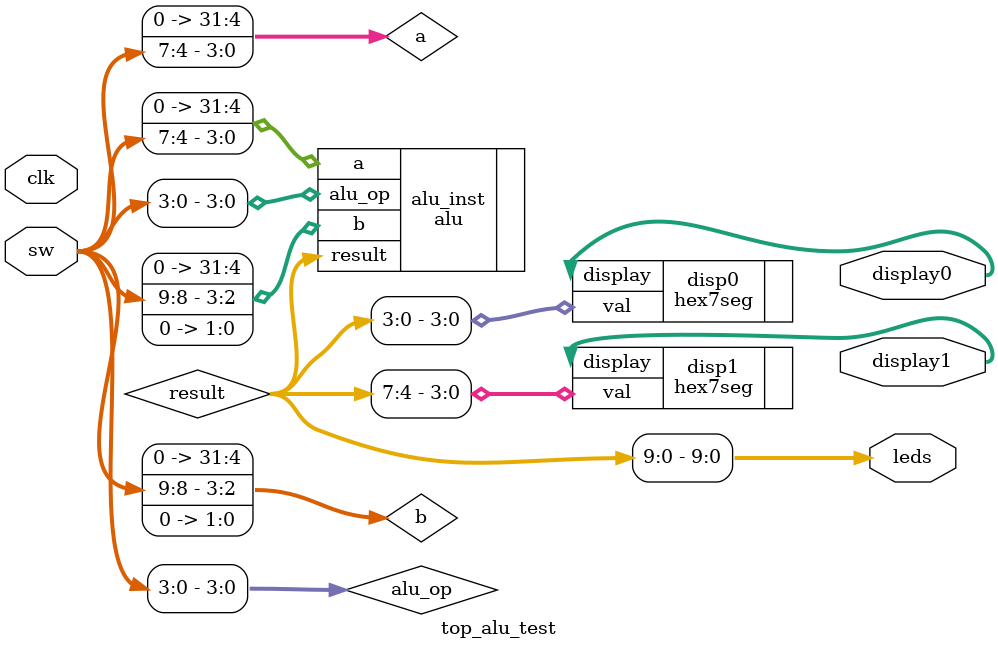
<source format=sv>
module top_alu_test (
    input  logic        clk,       // si lo quieres usar
    input  logic [9:0]  sw,        // switches de la FPGA
    output logic [9:0]  leds,      // LEDs de la FPGA
    output logic [6:0]  display0,  // displays
    output logic [6:0]  display1
);

    // Entradas de la ALU
    logic [3:0] alu_op;     // operación de la ALU (ej: 0000=add, 0001=sub, etc.)
    logic [31:0] a, b;
    logic [31:0] result;

    // Mapear switches a entradas
    assign alu_op = sw[3:0];      // switches 0-3 = código de operación
    assign a      = {28'b0, sw[7:4]}; // switches 4-7 = operando A (4 bits)
    assign b      = {28'b0, sw[9:8], 2'b0}; // switches 8-9 = parte de operando B

    // Instanciar ALU
    alu alu_inst (
        .a(a),
        .b(b),
        .alu_op(alu_op),
        .result(result)
    );

    // Mostrar resultado en LEDs
    assign leds = result[9:0]; // los 10 bits menos significativos

    // Mostrar el resultado en displays hex
    hex7seg disp0 (.val(result[3:0]),  .display(display0));
    hex7seg disp1 (.val(result[7:4]),  .display(display1));

endmodule

</source>
